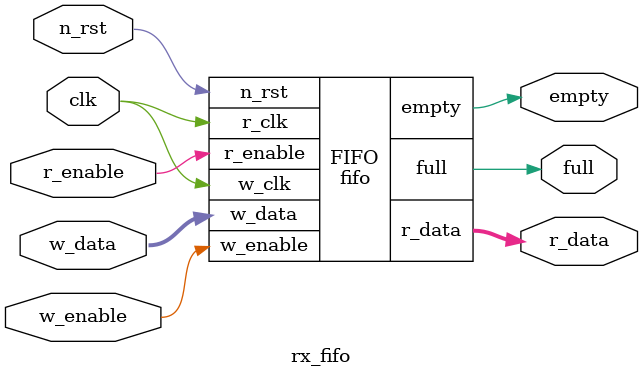
<source format=v>


module fiforam ( wclk, wenable, waddr, raddr, wdata, rdata );
  input [2:0] waddr;
  input [2:0] raddr;
  input [7:0] wdata;
  output [7:0] rdata;
  input wclk, wenable;
  wire   N10, N11, N12, N13, N14, N15, \fiforeg[0][7] , \fiforeg[0][6] ,
         \fiforeg[0][5] , \fiforeg[0][4] , \fiforeg[0][3] , \fiforeg[0][2] ,
         \fiforeg[0][1] , \fiforeg[0][0] , \fiforeg[1][7] , \fiforeg[1][6] ,
         \fiforeg[1][5] , \fiforeg[1][4] , \fiforeg[1][3] , \fiforeg[1][2] ,
         \fiforeg[1][1] , \fiforeg[1][0] , \fiforeg[2][7] , \fiforeg[2][6] ,
         \fiforeg[2][5] , \fiforeg[2][4] , \fiforeg[2][3] , \fiforeg[2][2] ,
         \fiforeg[2][1] , \fiforeg[2][0] , \fiforeg[3][7] , \fiforeg[3][6] ,
         \fiforeg[3][5] , \fiforeg[3][4] , \fiforeg[3][3] , \fiforeg[3][2] ,
         \fiforeg[3][1] , \fiforeg[3][0] , \fiforeg[4][7] , \fiforeg[4][6] ,
         \fiforeg[4][5] , \fiforeg[4][4] , \fiforeg[4][3] , \fiforeg[4][2] ,
         \fiforeg[4][1] , \fiforeg[4][0] , \fiforeg[5][7] , \fiforeg[5][6] ,
         \fiforeg[5][5] , \fiforeg[5][4] , \fiforeg[5][3] , \fiforeg[5][2] ,
         \fiforeg[5][1] , \fiforeg[5][0] , \fiforeg[6][7] , \fiforeg[6][6] ,
         \fiforeg[6][5] , \fiforeg[6][4] , \fiforeg[6][3] , \fiforeg[6][2] ,
         \fiforeg[6][1] , \fiforeg[6][0] , \fiforeg[7][7] , \fiforeg[7][6] ,
         \fiforeg[7][5] , \fiforeg[7][4] , \fiforeg[7][3] , \fiforeg[7][2] ,
         \fiforeg[7][1] , \fiforeg[7][0] , N17, N18, N19, N20, N21, N22, N23,
         n89, n90, n91, n92, n93, n94, n95, n96, n97, n98, n99, n100, n101,
         n102, n103, n104, n105, n106, n107, n108, n109, n110, n111, n112,
         n113, n114, n115, n116, n117, n118, n119, n120, n121, n122, n123,
         n124, n125, n126, n127, n128, n129, n130, n131, n132, n133, n134,
         n135, n136, n137, n138, n139, n140, n141, n142, n143, n144, n145,
         n146, n147, n148, n149, n150, n151, n152, net2477, net2495, net2496,
         net2497, net2498, net2505, net2506, net2508, net2518, net2525,
         net2526, net2528, net2538, net2548, net2561, net2622, net2631,
         \C46/net2652 , \C46/net2653 , \C46/net2475 , \C46/net2473 ,
         \C46/net2471 , \C46/net2467 , \C46/net2461 , \C46/net2426 ,
         \C46/net2424 , \C46/net2423 , net2924, net2938, net2982, net2985,
         net2992, net2996, net2999, net3004, net2621, net2559, N24,
         \C46/net2422 , \C46/net2420 , \C46/net2474 , \C46/net2472 , n1, n2,
         n3, n4, n5, n6, n7, n8, n9, n10, n11, n12, n13, n14, n15, n16, n17,
         n18, n19, n20, n21, n22, n23, n24, n25, n26, n27, n28, n29, n30, n31,
         n32, n33, n34, n35, n36, n37, n38, n39, n40, n41, n42, n43, n44, n45,
         n46, n47, n48, n49, n50, n51, n52, n53, n54, n55, n56, n57, n58, n59,
         n60, n61, n62, n63, n64, n65, n66, n67, n68, n69, n70, n71, n72, n73,
         n74, n75, n76, n77, n78, n79, n80, n81, n82, n83, n84, n85, n86, n87,
         n88, n153, n154, n155, n156, n157, n158, n159, n160, n161, n162, n163,
         n164, n165, n166, n167, n168, n169, n170, n171, n172, n173, n174,
         n175, n176, n177, n178, n179, n180, n181, n182, n183, n184, n185,
         n186, n187, n188, n189, n190, n191, n192, n193, n194, n195, n196,
         n197, n198, n199, n200, n201, n202, n203, n204, n205, n206, n207,
         n208, n209, n210, n211, n212, n213, n214, n215, n216, n217, n218,
         n219, n220, n221, n222, n223, n224, n225, n226, n227, n228, n229,
         n230, n231, n232, n233, n234, n235, n236, n237, n238, n239, n240,
         n241, n242, n243, n244, n245, n246, n247, n248, n249, n250, n251,
         n252, n253, n254, n255, n256, n257, n258, n259, n260, n261, n262,
         n263, n264, n265, n266, n267, n268, n269, n270, n271, n272, n273;
  assign N10 = raddr[0];
  assign N11 = raddr[1];
  assign N12 = raddr[2];
  assign N13 = waddr[0];
  assign N14 = waddr[1];
  assign N15 = waddr[2];

  DFFPOSX1 \fiforeg_reg[0][7]  ( .D(n152), .CLK(wclk), .Q(\fiforeg[0][7] ) );
  DFFPOSX1 \fiforeg_reg[0][6]  ( .D(n151), .CLK(wclk), .Q(\fiforeg[0][6] ) );
  DFFPOSX1 \fiforeg_reg[0][5]  ( .D(n150), .CLK(wclk), .Q(\fiforeg[0][5] ) );
  DFFPOSX1 \fiforeg_reg[0][4]  ( .D(n149), .CLK(wclk), .Q(\fiforeg[0][4] ) );
  DFFPOSX1 \fiforeg_reg[0][3]  ( .D(n148), .CLK(wclk), .Q(\fiforeg[0][3] ) );
  DFFPOSX1 \fiforeg_reg[0][2]  ( .D(n147), .CLK(wclk), .Q(\fiforeg[0][2] ) );
  DFFPOSX1 \fiforeg_reg[0][1]  ( .D(n146), .CLK(wclk), .Q(\fiforeg[0][1] ) );
  DFFPOSX1 \fiforeg_reg[0][0]  ( .D(n145), .CLK(wclk), .Q(\fiforeg[0][0] ) );
  DFFPOSX1 \fiforeg_reg[1][7]  ( .D(n144), .CLK(wclk), .Q(\fiforeg[1][7] ) );
  DFFPOSX1 \fiforeg_reg[1][6]  ( .D(n143), .CLK(wclk), .Q(\fiforeg[1][6] ) );
  DFFPOSX1 \fiforeg_reg[1][5]  ( .D(n142), .CLK(wclk), .Q(\fiforeg[1][5] ) );
  DFFPOSX1 \fiforeg_reg[1][4]  ( .D(n141), .CLK(wclk), .Q(\fiforeg[1][4] ) );
  DFFPOSX1 \fiforeg_reg[1][3]  ( .D(n140), .CLK(wclk), .Q(\fiforeg[1][3] ) );
  DFFPOSX1 \fiforeg_reg[1][2]  ( .D(n139), .CLK(wclk), .Q(\fiforeg[1][2] ) );
  DFFPOSX1 \fiforeg_reg[1][1]  ( .D(n138), .CLK(wclk), .Q(\fiforeg[1][1] ) );
  DFFPOSX1 \fiforeg_reg[1][0]  ( .D(n137), .CLK(wclk), .Q(\fiforeg[1][0] ) );
  DFFPOSX1 \fiforeg_reg[2][7]  ( .D(n136), .CLK(wclk), .Q(\fiforeg[2][7] ) );
  DFFPOSX1 \fiforeg_reg[2][6]  ( .D(n135), .CLK(wclk), .Q(\fiforeg[2][6] ) );
  DFFPOSX1 \fiforeg_reg[2][5]  ( .D(n134), .CLK(wclk), .Q(\fiforeg[2][5] ) );
  DFFPOSX1 \fiforeg_reg[2][4]  ( .D(n133), .CLK(wclk), .Q(\fiforeg[2][4] ) );
  DFFPOSX1 \fiforeg_reg[2][3]  ( .D(n132), .CLK(wclk), .Q(\fiforeg[2][3] ) );
  DFFPOSX1 \fiforeg_reg[2][2]  ( .D(n131), .CLK(wclk), .Q(\fiforeg[2][2] ) );
  DFFPOSX1 \fiforeg_reg[2][1]  ( .D(n130), .CLK(wclk), .Q(\fiforeg[2][1] ) );
  DFFPOSX1 \fiforeg_reg[2][0]  ( .D(n129), .CLK(wclk), .Q(\fiforeg[2][0] ) );
  DFFPOSX1 \fiforeg_reg[3][7]  ( .D(n128), .CLK(wclk), .Q(\fiforeg[3][7] ) );
  DFFPOSX1 \fiforeg_reg[3][6]  ( .D(n127), .CLK(wclk), .Q(\fiforeg[3][6] ) );
  DFFPOSX1 \fiforeg_reg[3][5]  ( .D(n126), .CLK(wclk), .Q(\fiforeg[3][5] ) );
  DFFPOSX1 \fiforeg_reg[3][4]  ( .D(n125), .CLK(wclk), .Q(\fiforeg[3][4] ) );
  DFFPOSX1 \fiforeg_reg[3][3]  ( .D(n124), .CLK(wclk), .Q(\fiforeg[3][3] ) );
  DFFPOSX1 \fiforeg_reg[3][2]  ( .D(n123), .CLK(wclk), .Q(\fiforeg[3][2] ) );
  DFFPOSX1 \fiforeg_reg[3][1]  ( .D(n122), .CLK(wclk), .Q(\fiforeg[3][1] ) );
  DFFPOSX1 \fiforeg_reg[3][0]  ( .D(n121), .CLK(wclk), .Q(\fiforeg[3][0] ) );
  DFFPOSX1 \fiforeg_reg[4][7]  ( .D(n120), .CLK(wclk), .Q(\fiforeg[4][7] ) );
  DFFPOSX1 \fiforeg_reg[4][6]  ( .D(n119), .CLK(wclk), .Q(\fiforeg[4][6] ) );
  DFFPOSX1 \fiforeg_reg[4][5]  ( .D(n118), .CLK(wclk), .Q(\fiforeg[4][5] ) );
  DFFPOSX1 \fiforeg_reg[4][4]  ( .D(n117), .CLK(wclk), .Q(\fiforeg[4][4] ) );
  DFFPOSX1 \fiforeg_reg[4][3]  ( .D(n116), .CLK(wclk), .Q(\fiforeg[4][3] ) );
  DFFPOSX1 \fiforeg_reg[4][2]  ( .D(n115), .CLK(wclk), .Q(\fiforeg[4][2] ) );
  DFFPOSX1 \fiforeg_reg[4][1]  ( .D(n114), .CLK(wclk), .Q(\fiforeg[4][1] ) );
  DFFPOSX1 \fiforeg_reg[4][0]  ( .D(n113), .CLK(wclk), .Q(\fiforeg[4][0] ) );
  DFFPOSX1 \fiforeg_reg[5][7]  ( .D(n112), .CLK(wclk), .Q(\fiforeg[5][7] ) );
  DFFPOSX1 \fiforeg_reg[5][6]  ( .D(n111), .CLK(wclk), .Q(\fiforeg[5][6] ) );
  DFFPOSX1 \fiforeg_reg[5][5]  ( .D(n110), .CLK(wclk), .Q(\fiforeg[5][5] ) );
  DFFPOSX1 \fiforeg_reg[5][4]  ( .D(n109), .CLK(wclk), .Q(\fiforeg[5][4] ) );
  DFFPOSX1 \fiforeg_reg[5][3]  ( .D(n108), .CLK(wclk), .Q(\fiforeg[5][3] ) );
  DFFPOSX1 \fiforeg_reg[5][2]  ( .D(n107), .CLK(wclk), .Q(\fiforeg[5][2] ) );
  DFFPOSX1 \fiforeg_reg[5][1]  ( .D(n106), .CLK(wclk), .Q(\fiforeg[5][1] ) );
  DFFPOSX1 \fiforeg_reg[5][0]  ( .D(n105), .CLK(wclk), .Q(\fiforeg[5][0] ) );
  DFFPOSX1 \fiforeg_reg[6][7]  ( .D(n104), .CLK(wclk), .Q(\fiforeg[6][7] ) );
  DFFPOSX1 \fiforeg_reg[6][6]  ( .D(n103), .CLK(wclk), .Q(\fiforeg[6][6] ) );
  DFFPOSX1 \fiforeg_reg[6][5]  ( .D(n102), .CLK(wclk), .Q(\fiforeg[6][5] ) );
  DFFPOSX1 \fiforeg_reg[6][4]  ( .D(n101), .CLK(wclk), .Q(\fiforeg[6][4] ) );
  DFFPOSX1 \fiforeg_reg[6][3]  ( .D(n100), .CLK(wclk), .Q(\fiforeg[6][3] ) );
  DFFPOSX1 \fiforeg_reg[6][2]  ( .D(n99), .CLK(wclk), .Q(\fiforeg[6][2] ) );
  DFFPOSX1 \fiforeg_reg[6][1]  ( .D(n98), .CLK(wclk), .Q(\fiforeg[6][1] ) );
  DFFPOSX1 \fiforeg_reg[6][0]  ( .D(n97), .CLK(wclk), .Q(\fiforeg[6][0] ) );
  DFFPOSX1 \fiforeg_reg[7][7]  ( .D(n96), .CLK(wclk), .Q(\fiforeg[7][7] ) );
  DFFPOSX1 \fiforeg_reg[7][6]  ( .D(n95), .CLK(wclk), .Q(\fiforeg[7][6] ) );
  DFFPOSX1 \fiforeg_reg[7][5]  ( .D(n94), .CLK(wclk), .Q(\fiforeg[7][5] ) );
  DFFPOSX1 \fiforeg_reg[7][4]  ( .D(n93), .CLK(wclk), .Q(\fiforeg[7][4] ) );
  DFFPOSX1 \fiforeg_reg[7][3]  ( .D(n92), .CLK(wclk), .Q(\fiforeg[7][3] ) );
  DFFPOSX1 \fiforeg_reg[7][2]  ( .D(n91), .CLK(wclk), .Q(\fiforeg[7][2] ) );
  DFFPOSX1 \fiforeg_reg[7][1]  ( .D(n90), .CLK(wclk), .Q(\fiforeg[7][1] ) );
  DFFPOSX1 \fiforeg_reg[7][0]  ( .D(n89), .CLK(wclk), .Q(\fiforeg[7][0] ) );
  INVX4 U2 ( .A(n1), .Y(\C46/net2652 ) );
  INVX4 U3 ( .A(n2), .Y(\C46/net2653 ) );
  INVX2 U4 ( .A(n258), .Y(n273) );
  INVX2 U5 ( .A(net2985), .Y(net2495) );
  NAND2X1 U6 ( .A(N14), .B(n4), .Y(n1) );
  NAND2X1 U7 ( .A(N14), .B(\C46/net2475 ), .Y(n2) );
  NOR2X1 U8 ( .A(N14), .B(N15), .Y(n3) );
  INVX2 U9 ( .A(n3), .Y(\C46/net2474 ) );
  INVX8 U10 ( .A(\C46/net2474 ), .Y(\C46/net2426 ) );
  INVX1 U11 ( .A(N15), .Y(\C46/net2475 ) );
  INVX1 U12 ( .A(N15), .Y(n4) );
  INVX1 U13 ( .A(N15), .Y(net2982) );
  MUX2X1 U14 ( .B(n201), .A(n270), .S(n258), .Y(n147) );
  MUX2X1 U15 ( .B(n202), .A(n248), .S(n242), .Y(n131) );
  MUX2X1 U16 ( .B(n10), .A(n239), .S(n235), .Y(n123) );
  MUX2X1 U17 ( .B(n200), .A(n223), .S(n217), .Y(n107) );
  INVX2 U18 ( .A(N14), .Y(\C46/net2472 ) );
  NAND2X1 U19 ( .A(\C46/net2472 ), .B(N15), .Y(\C46/net2471 ) );
  AOI22X1 U20 ( .A(\C46/net2652 ), .B(\fiforeg[3][0] ), .C(\fiforeg[1][0] ), 
        .D(\C46/net2426 ), .Y(n5) );
  AND2X2 U21 ( .A(n5), .B(\C46/net2422 ), .Y(\C46/net2420 ) );
  AOI22X1 U22 ( .A(\fiforeg[3][7] ), .B(\C46/net2652 ), .C(\fiforeg[1][7] ), 
        .D(\C46/net2426 ), .Y(\C46/net2467 ) );
  AOI22X1 U23 ( .A(\fiforeg[3][6] ), .B(\C46/net2653 ), .C(\fiforeg[1][6] ), 
        .D(\C46/net2426 ), .Y(\C46/net2461 ) );
  AOI22X1 U24 ( .A(wdata[0]), .B(wenable), .C(N24), .D(net2561), .Y(n9) );
  MUX2X1 U25 ( .B(n6), .A(\C46/net2420 ), .S(net2631), .Y(N24) );
  AND2X2 U26 ( .A(n7), .B(n8), .Y(n6) );
  AOI22X1 U27 ( .A(\fiforeg[2][0] ), .B(\C46/net2653 ), .C(\fiforeg[0][0] ), 
        .D(\C46/net2426 ), .Y(n7) );
  AOI22X1 U28 ( .A(\fiforeg[6][0] ), .B(\C46/net2423 ), .C(\fiforeg[4][0] ), 
        .D(\C46/net2424 ), .Y(n8) );
  INVX4 U29 ( .A(\C46/net2473 ), .Y(\C46/net2423 ) );
  INVX4 U30 ( .A(\C46/net2471 ), .Y(\C46/net2424 ) );
  AOI22X1 U31 ( .A(\fiforeg[7][0] ), .B(\C46/net2423 ), .C(\fiforeg[5][0] ), 
        .D(net2992), .Y(\C46/net2422 ) );
  AND2X2 U32 ( .A(net2999), .B(net3004), .Y(net2992) );
  INVX2 U33 ( .A(net2497), .Y(net2631) );
  INVX2 U34 ( .A(wenable), .Y(net2561) );
  INVX4 U35 ( .A(n9), .Y(net2621) );
  MUX2X1 U36 ( .B(net2559), .A(net2622), .S(net2938), .Y(n89) );
  INVX2 U37 ( .A(\fiforeg[7][0] ), .Y(net2559) );
  INVX8 U38 ( .A(net2621), .Y(net2622) );
  AND2X2 U39 ( .A(net2924), .B(net2631), .Y(net2938) );
  INVX1 U40 ( .A(N14), .Y(net3004) );
  INVX1 U41 ( .A(net2982), .Y(net2999) );
  AND2X1 U42 ( .A(n156), .B(n157), .Y(n155) );
  INVX1 U43 ( .A(net3004), .Y(net2996) );
  INVX1 U44 ( .A(net2982), .Y(net2985) );
  BUFX2 U45 ( .A(n269), .Y(n10) );
  BUFX2 U46 ( .A(n271), .Y(n11) );
  BUFX2 U47 ( .A(n261), .Y(n12) );
  BUFX2 U48 ( .A(n263), .Y(n13) );
  BUFX2 U49 ( .A(n265), .Y(n14) );
  BUFX2 U50 ( .A(n267), .Y(n15) );
  BUFX2 U51 ( .A(n259), .Y(n16) );
  AND2X1 U52 ( .A(net2985), .B(net2996), .Y(net2924) );
  INVX2 U53 ( .A(n18), .Y(n75) );
  AND2X2 U54 ( .A(net2924), .B(net2497), .Y(n17) );
  OR2X1 U55 ( .A(n72), .B(n71), .Y(n18) );
  INVX2 U56 ( .A(n20), .Y(n77) );
  INVX2 U57 ( .A(n19), .Y(n76) );
  INVX2 U58 ( .A(n21), .Y(n74) );
  OR2X1 U59 ( .A(N11), .B(N12), .Y(n19) );
  OR2X1 U60 ( .A(n71), .B(N12), .Y(n20) );
  OR2X1 U61 ( .A(n72), .B(N11), .Y(n21) );
  BUFX2 U62 ( .A(N10), .Y(n73) );
  AOI22X1 U63 ( .A(\fiforeg[4][0] ), .B(n74), .C(\fiforeg[6][0] ), .D(n75), 
        .Y(n23) );
  AOI22X1 U64 ( .A(\fiforeg[0][0] ), .B(n76), .C(\fiforeg[2][0] ), .D(n77), 
        .Y(n22) );
  AOI21X1 U65 ( .A(n23), .B(n22), .C(n73), .Y(n27) );
  AOI22X1 U66 ( .A(\fiforeg[5][0] ), .B(n74), .C(\fiforeg[7][0] ), .D(n75), 
        .Y(n25) );
  AOI22X1 U67 ( .A(\fiforeg[1][0] ), .B(n76), .C(\fiforeg[3][0] ), .D(n77), 
        .Y(n24) );
  AOI21X1 U68 ( .A(n25), .B(n24), .C(n70), .Y(n26) );
  OR2X1 U69 ( .A(n27), .B(n26), .Y(rdata[0]) );
  AOI22X1 U70 ( .A(\fiforeg[4][1] ), .B(n74), .C(\fiforeg[6][1] ), .D(n75), 
        .Y(n29) );
  AOI22X1 U71 ( .A(\fiforeg[0][1] ), .B(n76), .C(\fiforeg[2][1] ), .D(n77), 
        .Y(n28) );
  AOI21X1 U72 ( .A(n29), .B(n28), .C(n73), .Y(n33) );
  AOI22X1 U73 ( .A(\fiforeg[5][1] ), .B(n74), .C(\fiforeg[7][1] ), .D(n75), 
        .Y(n31) );
  AOI22X1 U74 ( .A(\fiforeg[1][1] ), .B(n76), .C(\fiforeg[3][1] ), .D(n77), 
        .Y(n30) );
  AOI21X1 U75 ( .A(n31), .B(n30), .C(n70), .Y(n32) );
  OR2X1 U76 ( .A(n33), .B(n32), .Y(rdata[1]) );
  AOI22X1 U77 ( .A(\fiforeg[4][2] ), .B(n74), .C(\fiforeg[6][2] ), .D(n75), 
        .Y(n35) );
  AOI22X1 U78 ( .A(\fiforeg[0][2] ), .B(n76), .C(\fiforeg[2][2] ), .D(n77), 
        .Y(n34) );
  AOI21X1 U79 ( .A(n35), .B(n34), .C(n73), .Y(n39) );
  AOI22X1 U80 ( .A(\fiforeg[5][2] ), .B(n74), .C(\fiforeg[7][2] ), .D(n75), 
        .Y(n37) );
  AOI22X1 U81 ( .A(\fiforeg[1][2] ), .B(n76), .C(\fiforeg[3][2] ), .D(n77), 
        .Y(n36) );
  AOI21X1 U82 ( .A(n37), .B(n36), .C(n70), .Y(n38) );
  OR2X1 U83 ( .A(n39), .B(n38), .Y(rdata[2]) );
  AOI22X1 U84 ( .A(\fiforeg[4][3] ), .B(n74), .C(\fiforeg[6][3] ), .D(n75), 
        .Y(n41) );
  AOI22X1 U85 ( .A(\fiforeg[0][3] ), .B(n76), .C(\fiforeg[2][3] ), .D(n77), 
        .Y(n40) );
  AOI21X1 U86 ( .A(n41), .B(n40), .C(n73), .Y(n45) );
  AOI22X1 U87 ( .A(\fiforeg[5][3] ), .B(n74), .C(\fiforeg[7][3] ), .D(n75), 
        .Y(n43) );
  AOI22X1 U88 ( .A(\fiforeg[1][3] ), .B(n76), .C(\fiforeg[3][3] ), .D(n77), 
        .Y(n42) );
  AOI21X1 U89 ( .A(n43), .B(n42), .C(n70), .Y(n44) );
  OR2X1 U90 ( .A(n45), .B(n44), .Y(rdata[3]) );
  AOI22X1 U91 ( .A(\fiforeg[4][4] ), .B(n74), .C(\fiforeg[6][4] ), .D(n75), 
        .Y(n47) );
  AOI22X1 U92 ( .A(\fiforeg[0][4] ), .B(n76), .C(\fiforeg[2][4] ), .D(n77), 
        .Y(n46) );
  AOI21X1 U93 ( .A(n47), .B(n46), .C(n73), .Y(n51) );
  AOI22X1 U94 ( .A(\fiforeg[5][4] ), .B(n74), .C(\fiforeg[7][4] ), .D(n75), 
        .Y(n49) );
  AOI22X1 U95 ( .A(\fiforeg[1][4] ), .B(n76), .C(\fiforeg[3][4] ), .D(n77), 
        .Y(n48) );
  AOI21X1 U96 ( .A(n49), .B(n48), .C(n70), .Y(n50) );
  OR2X1 U97 ( .A(n51), .B(n50), .Y(rdata[4]) );
  AOI22X1 U98 ( .A(\fiforeg[4][5] ), .B(n74), .C(\fiforeg[6][5] ), .D(n75), 
        .Y(n53) );
  AOI22X1 U99 ( .A(\fiforeg[0][5] ), .B(n76), .C(\fiforeg[2][5] ), .D(n77), 
        .Y(n52) );
  AOI21X1 U100 ( .A(n53), .B(n52), .C(n73), .Y(n57) );
  AOI22X1 U101 ( .A(\fiforeg[5][5] ), .B(n74), .C(\fiforeg[7][5] ), .D(n75), 
        .Y(n55) );
  AOI22X1 U102 ( .A(\fiforeg[1][5] ), .B(n76), .C(\fiforeg[3][5] ), .D(n77), 
        .Y(n54) );
  AOI21X1 U103 ( .A(n55), .B(n54), .C(n70), .Y(n56) );
  OR2X1 U104 ( .A(n57), .B(n56), .Y(rdata[5]) );
  AOI22X1 U105 ( .A(\fiforeg[4][6] ), .B(n74), .C(\fiforeg[6][6] ), .D(n75), 
        .Y(n59) );
  AOI22X1 U106 ( .A(\fiforeg[0][6] ), .B(n76), .C(\fiforeg[2][6] ), .D(n77), 
        .Y(n58) );
  AOI21X1 U107 ( .A(n59), .B(n58), .C(n73), .Y(n63) );
  AOI22X1 U108 ( .A(\fiforeg[5][6] ), .B(n74), .C(\fiforeg[7][6] ), .D(n75), 
        .Y(n61) );
  AOI22X1 U109 ( .A(\fiforeg[1][6] ), .B(n76), .C(\fiforeg[3][6] ), .D(n77), 
        .Y(n60) );
  AOI21X1 U110 ( .A(n61), .B(n60), .C(n70), .Y(n62) );
  OR2X1 U111 ( .A(n63), .B(n62), .Y(rdata[6]) );
  AOI22X1 U112 ( .A(\fiforeg[4][7] ), .B(n74), .C(\fiforeg[6][7] ), .D(n75), 
        .Y(n65) );
  AOI22X1 U113 ( .A(\fiforeg[0][7] ), .B(n76), .C(\fiforeg[2][7] ), .D(n77), 
        .Y(n64) );
  AOI21X1 U114 ( .A(n65), .B(n64), .C(n73), .Y(n69) );
  AOI22X1 U115 ( .A(\fiforeg[5][7] ), .B(n74), .C(\fiforeg[7][7] ), .D(n75), 
        .Y(n67) );
  AOI22X1 U116 ( .A(\fiforeg[1][7] ), .B(n76), .C(\fiforeg[3][7] ), .D(n77), 
        .Y(n66) );
  AOI21X1 U117 ( .A(n67), .B(n66), .C(n70), .Y(n68) );
  OR2X1 U118 ( .A(n69), .B(n68), .Y(rdata[7]) );
  INVX2 U119 ( .A(n73), .Y(n70) );
  INVX2 U120 ( .A(N11), .Y(n71) );
  INVX2 U121 ( .A(N12), .Y(n72) );
  MUX2X1 U122 ( .B(n78), .A(n79), .S(net2631), .Y(N23) );
  AND2X2 U123 ( .A(n80), .B(n81), .Y(n79) );
  AOI22X1 U124 ( .A(\fiforeg[7][1] ), .B(\C46/net2423 ), .C(\fiforeg[5][1] ), 
        .D(\C46/net2424 ), .Y(n81) );
  AOI22X1 U125 ( .A(\fiforeg[3][1] ), .B(\C46/net2652 ), .C(\C46/net2426 ), 
        .D(\fiforeg[1][1] ), .Y(n80) );
  AND2X2 U126 ( .A(n82), .B(n83), .Y(n78) );
  AOI22X1 U127 ( .A(\fiforeg[6][1] ), .B(\C46/net2423 ), .C(\fiforeg[4][1] ), 
        .D(\C46/net2424 ), .Y(n83) );
  AOI22X1 U128 ( .A(\fiforeg[2][1] ), .B(\C46/net2653 ), .C(\fiforeg[0][1] ), 
        .D(\C46/net2426 ), .Y(n82) );
  MUX2X1 U129 ( .B(n84), .A(n85), .S(net2631), .Y(N22) );
  AND2X2 U130 ( .A(n86), .B(n87), .Y(n85) );
  AOI22X1 U131 ( .A(\fiforeg[7][2] ), .B(\C46/net2423 ), .C(\fiforeg[5][2] ), 
        .D(\C46/net2424 ), .Y(n87) );
  AOI22X1 U132 ( .A(\C46/net2653 ), .B(\fiforeg[3][2] ), .C(\fiforeg[1][2] ), 
        .D(\C46/net2426 ), .Y(n86) );
  AND2X2 U133 ( .A(n88), .B(n153), .Y(n84) );
  AOI22X1 U134 ( .A(\fiforeg[6][2] ), .B(\C46/net2423 ), .C(\fiforeg[4][2] ), 
        .D(\C46/net2424 ), .Y(n153) );
  AOI22X1 U135 ( .A(\fiforeg[2][2] ), .B(\C46/net2652 ), .C(\fiforeg[0][2] ), 
        .D(\C46/net2426 ), .Y(n88) );
  MUX2X1 U136 ( .B(n154), .A(n155), .S(net2631), .Y(N21) );
  AOI22X1 U137 ( .A(\fiforeg[7][3] ), .B(\C46/net2423 ), .C(\C46/net2424 ), 
        .D(\fiforeg[5][3] ), .Y(n157) );
  AOI22X1 U138 ( .A(\C46/net2652 ), .B(\fiforeg[3][3] ), .C(\C46/net2426 ), 
        .D(\fiforeg[1][3] ), .Y(n156) );
  AND2X2 U139 ( .A(n158), .B(n159), .Y(n154) );
  AOI22X1 U140 ( .A(\fiforeg[6][3] ), .B(\C46/net2423 ), .C(\fiforeg[4][3] ), 
        .D(\C46/net2424 ), .Y(n159) );
  AOI22X1 U141 ( .A(\fiforeg[2][3] ), .B(\C46/net2653 ), .C(\fiforeg[0][3] ), 
        .D(\C46/net2426 ), .Y(n158) );
  MUX2X1 U142 ( .B(n160), .A(n161), .S(net2631), .Y(N20) );
  AND2X2 U143 ( .A(n162), .B(n163), .Y(n161) );
  AOI22X1 U144 ( .A(\fiforeg[7][4] ), .B(\C46/net2423 ), .C(\fiforeg[5][4] ), 
        .D(\C46/net2424 ), .Y(n163) );
  AOI22X1 U145 ( .A(\fiforeg[3][4] ), .B(\C46/net2653 ), .C(\C46/net2426 ), 
        .D(\fiforeg[1][4] ), .Y(n162) );
  AND2X2 U146 ( .A(n164), .B(n165), .Y(n160) );
  AOI22X1 U147 ( .A(\fiforeg[6][4] ), .B(\C46/net2423 ), .C(\fiforeg[4][4] ), 
        .D(\C46/net2424 ), .Y(n165) );
  AOI22X1 U148 ( .A(\fiforeg[2][4] ), .B(\C46/net2652 ), .C(\fiforeg[0][4] ), 
        .D(\C46/net2426 ), .Y(n164) );
  MUX2X1 U149 ( .B(n166), .A(n167), .S(net2631), .Y(N19) );
  AND2X2 U150 ( .A(n168), .B(n169), .Y(n167) );
  AOI22X1 U151 ( .A(\fiforeg[7][5] ), .B(\C46/net2423 ), .C(\fiforeg[5][5] ), 
        .D(\C46/net2424 ), .Y(n169) );
  AOI22X1 U152 ( .A(\fiforeg[3][5] ), .B(\C46/net2652 ), .C(\C46/net2426 ), 
        .D(\fiforeg[1][5] ), .Y(n168) );
  AND2X2 U153 ( .A(n170), .B(n171), .Y(n166) );
  AOI22X1 U154 ( .A(\fiforeg[6][5] ), .B(\C46/net2423 ), .C(\fiforeg[4][5] ), 
        .D(\C46/net2424 ), .Y(n171) );
  AOI22X1 U155 ( .A(\fiforeg[2][5] ), .B(\C46/net2653 ), .C(\fiforeg[0][5] ), 
        .D(\C46/net2426 ), .Y(n170) );
  MUX2X1 U156 ( .B(n172), .A(n173), .S(net2631), .Y(N18) );
  AND2X2 U157 ( .A(\C46/net2461 ), .B(n174), .Y(n173) );
  AOI22X1 U158 ( .A(\fiforeg[7][6] ), .B(\C46/net2423 ), .C(\fiforeg[5][6] ), 
        .D(net2992), .Y(n174) );
  AND2X2 U159 ( .A(n175), .B(n176), .Y(n172) );
  AOI22X1 U160 ( .A(\fiforeg[6][6] ), .B(\C46/net2423 ), .C(\fiforeg[4][6] ), 
        .D(\C46/net2424 ), .Y(n176) );
  AOI22X1 U161 ( .A(\fiforeg[2][6] ), .B(\C46/net2652 ), .C(\fiforeg[0][6] ), 
        .D(\C46/net2426 ), .Y(n175) );
  MUX2X1 U162 ( .B(n177), .A(n178), .S(net2631), .Y(N17) );
  AND2X2 U163 ( .A(\C46/net2467 ), .B(n179), .Y(n178) );
  AOI22X1 U164 ( .A(\fiforeg[7][7] ), .B(\C46/net2423 ), .C(\fiforeg[5][7] ), 
        .D(net2992), .Y(n179) );
  AND2X2 U165 ( .A(n180), .B(n181), .Y(n177) );
  AOI22X1 U166 ( .A(\fiforeg[6][7] ), .B(\C46/net2423 ), .C(\fiforeg[4][7] ), 
        .D(\C46/net2424 ), .Y(n181) );
  NAND2X1 U167 ( .A(N15), .B(N14), .Y(\C46/net2473 ) );
  AOI22X1 U168 ( .A(\fiforeg[2][7] ), .B(\C46/net2653 ), .C(\fiforeg[0][7] ), 
        .D(\C46/net2426 ), .Y(n180) );
  BUFX2 U169 ( .A(n263), .Y(n182) );
  BUFX2 U170 ( .A(n263), .Y(n183) );
  BUFX2 U171 ( .A(n263), .Y(n184) );
  BUFX2 U172 ( .A(n271), .Y(n185) );
  BUFX2 U173 ( .A(n271), .Y(n186) );
  BUFX2 U174 ( .A(n271), .Y(n187) );
  BUFX2 U175 ( .A(n259), .Y(n188) );
  BUFX2 U176 ( .A(n259), .Y(n189) );
  BUFX2 U177 ( .A(n259), .Y(n190) );
  BUFX2 U178 ( .A(n261), .Y(n191) );
  BUFX2 U179 ( .A(n261), .Y(n192) );
  BUFX2 U180 ( .A(n261), .Y(n193) );
  BUFX2 U181 ( .A(n265), .Y(n194) );
  BUFX2 U182 ( .A(n265), .Y(n195) );
  BUFX2 U183 ( .A(n265), .Y(n196) );
  BUFX2 U184 ( .A(n267), .Y(n197) );
  BUFX2 U185 ( .A(n267), .Y(n198) );
  BUFX2 U186 ( .A(n267), .Y(n199) );
  BUFX2 U187 ( .A(n269), .Y(n200) );
  BUFX2 U188 ( .A(n269), .Y(n201) );
  BUFX2 U189 ( .A(n269), .Y(n202) );
  INVX2 U190 ( .A(\fiforeg[7][7] ), .Y(n203) );
  AOI22X1 U191 ( .A(wdata[7]), .B(wenable), .C(N17), .D(net2561), .Y(n259) );
  MUX2X1 U192 ( .B(n203), .A(n188), .S(net2938), .Y(n96) );
  INVX2 U193 ( .A(\fiforeg[7][6] ), .Y(n204) );
  AOI22X1 U194 ( .A(wdata[6]), .B(wenable), .C(N18), .D(net2561), .Y(n261) );
  MUX2X1 U195 ( .B(n204), .A(n191), .S(net2938), .Y(n95) );
  INVX2 U196 ( .A(\fiforeg[7][5] ), .Y(n205) );
  AOI22X1 U197 ( .A(wdata[5]), .B(wenable), .C(N19), .D(net2561), .Y(n263) );
  MUX2X1 U198 ( .B(n205), .A(n182), .S(net2938), .Y(n94) );
  INVX2 U199 ( .A(\fiforeg[7][4] ), .Y(n206) );
  AOI22X1 U200 ( .A(wdata[4]), .B(wenable), .C(N20), .D(net2561), .Y(n265) );
  MUX2X1 U201 ( .B(n206), .A(n194), .S(net2938), .Y(n93) );
  INVX2 U202 ( .A(\fiforeg[7][3] ), .Y(n207) );
  AOI22X1 U203 ( .A(wdata[3]), .B(wenable), .C(N21), .D(net2561), .Y(n267) );
  MUX2X1 U204 ( .B(n207), .A(n197), .S(net2938), .Y(n92) );
  INVX2 U205 ( .A(\fiforeg[7][2] ), .Y(n208) );
  AOI22X1 U206 ( .A(wdata[2]), .B(wenable), .C(N22), .D(net2561), .Y(n269) );
  MUX2X1 U207 ( .B(n208), .A(n10), .S(net2938), .Y(n91) );
  INVX2 U208 ( .A(\fiforeg[7][1] ), .Y(n209) );
  AOI22X1 U209 ( .A(wdata[1]), .B(wenable), .C(N23), .D(net2561), .Y(n271) );
  MUX2X1 U210 ( .B(n209), .A(n11), .S(net2938), .Y(n90) );
  INVX2 U211 ( .A(\fiforeg[6][7] ), .Y(n210) );
  INVX2 U212 ( .A(N13), .Y(net2497) );
  MUX2X1 U213 ( .B(n210), .A(n189), .S(n17), .Y(n104) );
  INVX2 U214 ( .A(\fiforeg[6][6] ), .Y(n211) );
  MUX2X1 U215 ( .B(n211), .A(n192), .S(n17), .Y(n103) );
  INVX2 U216 ( .A(\fiforeg[6][5] ), .Y(n212) );
  MUX2X1 U217 ( .B(n212), .A(n183), .S(n17), .Y(n102) );
  INVX2 U218 ( .A(\fiforeg[6][4] ), .Y(n213) );
  MUX2X1 U219 ( .B(n213), .A(n195), .S(n17), .Y(n101) );
  INVX2 U220 ( .A(\fiforeg[6][3] ), .Y(n214) );
  MUX2X1 U221 ( .B(n214), .A(n198), .S(n17), .Y(n100) );
  INVX2 U222 ( .A(\fiforeg[6][2] ), .Y(n215) );
  MUX2X1 U223 ( .B(n215), .A(n201), .S(n17), .Y(n99) );
  INVX2 U224 ( .A(\fiforeg[6][1] ), .Y(n216) );
  MUX2X1 U225 ( .B(n216), .A(n185), .S(n17), .Y(n98) );
  INVX2 U226 ( .A(\fiforeg[6][0] ), .Y(net2548) );
  MUX2X1 U227 ( .B(net2548), .A(net2622), .S(n17), .Y(n97) );
  INVX2 U228 ( .A(\fiforeg[5][7] ), .Y(n218) );
  INVX2 U229 ( .A(net2996), .Y(net2496) );
  NAND3X1 U230 ( .A(net2985), .B(N13), .C(net2496), .Y(n217) );
  INVX2 U231 ( .A(n217), .Y(n225) );
  MUX2X1 U232 ( .B(n218), .A(n190), .S(n225), .Y(n112) );
  INVX2 U233 ( .A(\fiforeg[5][6] ), .Y(n219) );
  MUX2X1 U234 ( .B(n219), .A(n193), .S(n225), .Y(n111) );
  INVX2 U235 ( .A(\fiforeg[5][5] ), .Y(n220) );
  MUX2X1 U236 ( .B(n220), .A(n184), .S(n225), .Y(n110) );
  INVX2 U237 ( .A(\fiforeg[5][4] ), .Y(n221) );
  MUX2X1 U238 ( .B(n221), .A(n196), .S(n225), .Y(n109) );
  INVX2 U239 ( .A(\fiforeg[5][3] ), .Y(n222) );
  MUX2X1 U240 ( .B(n222), .A(n199), .S(n225), .Y(n108) );
  INVX2 U241 ( .A(\fiforeg[5][2] ), .Y(n223) );
  INVX2 U242 ( .A(\fiforeg[5][1] ), .Y(n224) );
  MUX2X1 U243 ( .B(n224), .A(n186), .S(n225), .Y(n106) );
  INVX2 U244 ( .A(\fiforeg[5][0] ), .Y(net2538) );
  MUX2X1 U245 ( .B(net2538), .A(net2622), .S(n225), .Y(n105) );
  INVX2 U246 ( .A(\fiforeg[4][7] ), .Y(n227) );
  NAND3X1 U247 ( .A(net2985), .B(net2496), .C(net2497), .Y(n226) );
  INVX2 U248 ( .A(n226), .Y(n234) );
  MUX2X1 U249 ( .B(n227), .A(n188), .S(n234), .Y(n120) );
  INVX2 U250 ( .A(\fiforeg[4][6] ), .Y(n228) );
  MUX2X1 U251 ( .B(n228), .A(n191), .S(n234), .Y(n119) );
  INVX2 U252 ( .A(\fiforeg[4][5] ), .Y(n229) );
  MUX2X1 U253 ( .B(n229), .A(n182), .S(n234), .Y(n118) );
  INVX2 U254 ( .A(\fiforeg[4][4] ), .Y(n230) );
  MUX2X1 U255 ( .B(n230), .A(n194), .S(n234), .Y(n117) );
  INVX2 U256 ( .A(\fiforeg[4][3] ), .Y(n231) );
  MUX2X1 U257 ( .B(n231), .A(n197), .S(n234), .Y(n116) );
  INVX2 U258 ( .A(\fiforeg[4][2] ), .Y(n232) );
  MUX2X1 U259 ( .B(n232), .A(n200), .S(n234), .Y(n115) );
  INVX2 U260 ( .A(\fiforeg[4][1] ), .Y(n233) );
  MUX2X1 U261 ( .B(n233), .A(n186), .S(n234), .Y(n114) );
  INVX2 U262 ( .A(\fiforeg[4][0] ), .Y(net2528) );
  MUX2X1 U263 ( .B(net2528), .A(net2622), .S(n234), .Y(n113) );
  INVX2 U264 ( .A(\fiforeg[3][7] ), .Y(net2526) );
  NAND3X1 U265 ( .A(net2996), .B(net2631), .C(net2495), .Y(n235) );
  INVX2 U266 ( .A(n235), .Y(n241) );
  MUX2X1 U267 ( .B(net2526), .A(n16), .S(n241), .Y(n128) );
  INVX2 U268 ( .A(\fiforeg[3][6] ), .Y(net2525) );
  MUX2X1 U269 ( .B(net2525), .A(n12), .S(n241), .Y(n127) );
  INVX2 U270 ( .A(\fiforeg[3][5] ), .Y(n236) );
  MUX2X1 U271 ( .B(n236), .A(n13), .S(n241), .Y(n126) );
  INVX2 U272 ( .A(\fiforeg[3][4] ), .Y(n237) );
  MUX2X1 U273 ( .B(n237), .A(n14), .S(n241), .Y(n125) );
  INVX2 U274 ( .A(\fiforeg[3][3] ), .Y(n238) );
  MUX2X1 U275 ( .B(n238), .A(n15), .S(n241), .Y(n124) );
  INVX2 U276 ( .A(\fiforeg[3][2] ), .Y(n239) );
  INVX2 U277 ( .A(\fiforeg[3][1] ), .Y(n240) );
  MUX2X1 U278 ( .B(n240), .A(n187), .S(n241), .Y(n122) );
  INVX2 U279 ( .A(\fiforeg[3][0] ), .Y(net2518) );
  MUX2X1 U280 ( .B(net2518), .A(net2622), .S(n241), .Y(n121) );
  INVX2 U281 ( .A(\fiforeg[2][7] ), .Y(n243) );
  NAND3X1 U282 ( .A(net2996), .B(net2495), .C(net2497), .Y(n242) );
  INVX2 U283 ( .A(n242), .Y(n250) );
  MUX2X1 U284 ( .B(n243), .A(n189), .S(n250), .Y(n136) );
  INVX2 U285 ( .A(\fiforeg[2][6] ), .Y(n244) );
  MUX2X1 U286 ( .B(n244), .A(n192), .S(n250), .Y(n135) );
  INVX2 U287 ( .A(\fiforeg[2][5] ), .Y(n245) );
  MUX2X1 U288 ( .B(n245), .A(n183), .S(n250), .Y(n134) );
  INVX2 U289 ( .A(\fiforeg[2][4] ), .Y(n246) );
  MUX2X1 U290 ( .B(n246), .A(n195), .S(n250), .Y(n133) );
  INVX2 U291 ( .A(\fiforeg[2][3] ), .Y(n247) );
  MUX2X1 U292 ( .B(n247), .A(n198), .S(n250), .Y(n132) );
  INVX2 U293 ( .A(\fiforeg[2][2] ), .Y(n248) );
  INVX2 U294 ( .A(\fiforeg[2][1] ), .Y(n249) );
  MUX2X1 U295 ( .B(n249), .A(n187), .S(n250), .Y(n130) );
  INVX2 U296 ( .A(\fiforeg[2][0] ), .Y(net2508) );
  MUX2X1 U297 ( .B(net2508), .A(net2622), .S(n250), .Y(n129) );
  INVX2 U298 ( .A(\fiforeg[1][7] ), .Y(net2506) );
  NAND3X1 U299 ( .A(N13), .B(net2495), .C(net2496), .Y(n251) );
  INVX2 U300 ( .A(n251), .Y(n257) );
  MUX2X1 U301 ( .B(net2506), .A(n190), .S(n257), .Y(n144) );
  INVX2 U302 ( .A(\fiforeg[1][6] ), .Y(net2505) );
  MUX2X1 U303 ( .B(net2505), .A(n193), .S(n257), .Y(n143) );
  INVX2 U304 ( .A(\fiforeg[1][5] ), .Y(n252) );
  MUX2X1 U305 ( .B(n252), .A(n184), .S(n257), .Y(n142) );
  INVX2 U306 ( .A(\fiforeg[1][4] ), .Y(n253) );
  MUX2X1 U307 ( .B(n253), .A(n196), .S(n257), .Y(n141) );
  INVX2 U308 ( .A(\fiforeg[1][3] ), .Y(n254) );
  MUX2X1 U309 ( .B(n254), .A(n199), .S(n257), .Y(n140) );
  INVX2 U310 ( .A(\fiforeg[1][2] ), .Y(n255) );
  MUX2X1 U311 ( .B(n255), .A(n202), .S(n257), .Y(n139) );
  INVX2 U312 ( .A(\fiforeg[1][1] ), .Y(n256) );
  MUX2X1 U313 ( .B(n256), .A(n11), .S(n257), .Y(n138) );
  INVX2 U314 ( .A(\fiforeg[1][0] ), .Y(net2498) );
  MUX2X1 U315 ( .B(net2498), .A(net2622), .S(n257), .Y(n137) );
  INVX2 U316 ( .A(\fiforeg[0][7] ), .Y(n260) );
  NAND3X1 U317 ( .A(net2495), .B(net2496), .C(net2497), .Y(n258) );
  MUX2X1 U318 ( .B(n260), .A(n16), .S(n273), .Y(n152) );
  INVX2 U319 ( .A(\fiforeg[0][6] ), .Y(n262) );
  MUX2X1 U320 ( .B(n262), .A(n12), .S(n273), .Y(n151) );
  INVX2 U321 ( .A(\fiforeg[0][5] ), .Y(n264) );
  MUX2X1 U322 ( .B(n264), .A(n13), .S(n273), .Y(n150) );
  INVX2 U323 ( .A(\fiforeg[0][4] ), .Y(n266) );
  MUX2X1 U324 ( .B(n266), .A(n14), .S(n273), .Y(n149) );
  INVX2 U325 ( .A(\fiforeg[0][3] ), .Y(n268) );
  MUX2X1 U326 ( .B(n268), .A(n15), .S(n273), .Y(n148) );
  INVX2 U327 ( .A(\fiforeg[0][2] ), .Y(n270) );
  INVX2 U328 ( .A(\fiforeg[0][1] ), .Y(n272) );
  MUX2X1 U329 ( .B(n272), .A(n185), .S(n273), .Y(n146) );
  INVX2 U330 ( .A(\fiforeg[0][0] ), .Y(net2477) );
  MUX2X1 U331 ( .B(net2477), .A(net2622), .S(n273), .Y(n145) );
endmodule


module write_ptr ( wclk, rst_n, wenable, wptr, wptr_nxt );
  output [3:0] wptr;
  output [3:0] wptr_nxt;
  input wclk, rst_n, wenable;
  wire   n1, n10, n11, n12, n13, n16, n18, n19, n20, n21, n22, n23, n24, n25,
         n26, n27, n28, n29, n30;
  wire   [3:0] binary_r;

  DFFSR \binary_r_reg[0]  ( .D(n16), .CLK(wclk), .R(rst_n), .S(1'b1), .Q(
        binary_r[0]) );
  DFFSR \binary_r_reg[2]  ( .D(n18), .CLK(wclk), .R(rst_n), .S(1'b1), .Q(
        binary_r[2]) );
  DFFSR \gray_r_reg[2]  ( .D(wptr_nxt[2]), .CLK(wclk), .R(rst_n), .S(1'b1), 
        .Q(wptr[2]) );
  DFFSR \binary_r_reg[1]  ( .D(n11), .CLK(wclk), .R(rst_n), .S(1'b1), .Q(
        binary_r[1]) );
  DFFSR \gray_r_reg[0]  ( .D(wptr_nxt[0]), .CLK(wclk), .R(rst_n), .S(1'b1), 
        .Q(wptr[0]) );
  DFFSR \gray_r_reg[3]  ( .D(wptr_nxt[3]), .CLK(wclk), .R(rst_n), .S(1'b1), 
        .Q(wptr[3]) );
  DFFSR \binary_r_reg[3]  ( .D(wptr_nxt[3]), .CLK(wclk), .R(rst_n), .S(1'b1), 
        .Q(binary_r[3]) );
  DFFSR \gray_r_reg[1]  ( .D(wptr_nxt[1]), .CLK(wclk), .R(rst_n), .S(1'b1), 
        .Q(wptr[1]) );
  INVX1 U3 ( .A(wenable), .Y(n22) );
  AND2X2 U4 ( .A(wenable), .B(n10), .Y(n1) );
  AND2X2 U13 ( .A(binary_r[1]), .B(binary_r[0]), .Y(n10) );
  INVX2 U14 ( .A(n10), .Y(n24) );
  XOR2X1 U15 ( .A(n11), .B(n18), .Y(wptr_nxt[1]) );
  INVX1 U16 ( .A(n25), .Y(n26) );
  INVX2 U17 ( .A(n19), .Y(n11) );
  INVX1 U18 ( .A(n1), .Y(n12) );
  XOR2X1 U19 ( .A(n20), .B(binary_r[3]), .Y(n13) );
  INVX4 U20 ( .A(n13), .Y(wptr_nxt[3]) );
  XNOR2X1 U21 ( .A(n19), .B(n16), .Y(wptr_nxt[0]) );
  INVX2 U22 ( .A(binary_r[3]), .Y(n27) );
  XOR2X1 U23 ( .A(binary_r[0]), .B(wenable), .Y(n16) );
  XNOR2X1 U24 ( .A(n12), .B(binary_r[2]), .Y(n18) );
  NAND2X1 U25 ( .A(wenable), .B(binary_r[0]), .Y(n25) );
  XOR2X1 U26 ( .A(n25), .B(binary_r[1]), .Y(n19) );
  NAND2X1 U27 ( .A(binary_r[2]), .B(n1), .Y(n20) );
  INVX2 U28 ( .A(binary_r[2]), .Y(n21) );
  NAND3X1 U29 ( .A(binary_r[3]), .B(n22), .C(n21), .Y(n30) );
  XOR2X1 U30 ( .A(binary_r[3]), .B(binary_r[2]), .Y(n23) );
  OAI21X1 U31 ( .A(binary_r[2]), .B(n24), .C(n23), .Y(n29) );
  NAND3X1 U32 ( .A(binary_r[1]), .B(n27), .C(n26), .Y(n28) );
  NAND3X1 U33 ( .A(n30), .B(n29), .C(n28), .Y(wptr_nxt[2]) );
endmodule


module write_fifo_ctrl ( wclk, rst_n, wenable, rptr, wenable_fifo, wptr, waddr, 
        full_flag );
  input [3:0] rptr;
  output [3:0] wptr;
  output [2:0] waddr;
  input wclk, rst_n, wenable;
  output wenable_fifo, full_flag;
  wire   n23, n24, \gray_wptr[2] , N5, net2955, n14, n15, n16, n17, n18, n19,
         n20, n21, n22;
  wire   [3:0] wptr_nxt;
  wire   [3:0] wrptr_r2;
  wire   [3:0] wrptr_r1;
  assign waddr[1] = net2955;

  DFFSR \waddr_reg[2]  ( .D(\gray_wptr[2] ), .CLK(wclk), .R(rst_n), .S(1'b1), 
        .Q(n23) );
  DFFSR \waddr_reg[1]  ( .D(wptr_nxt[1]), .CLK(wclk), .R(rst_n), .S(1'b1), .Q(
        n24) );
  write_ptr WPU1 ( .wclk(wclk), .rst_n(rst_n), .wenable(wenable_fifo), .wptr(
        wptr), .wptr_nxt(wptr_nxt) );
  DFFSR \wrptr_r2_reg[3]  ( .D(wrptr_r1[3]), .CLK(wclk), .R(rst_n), .S(1'b1), 
        .Q(wrptr_r2[3]) );
  DFFSR \wrptr_r2_reg[2]  ( .D(wrptr_r1[2]), .CLK(wclk), .R(rst_n), .S(1'b1), 
        .Q(wrptr_r2[2]) );
  DFFSR \wrptr_r2_reg[1]  ( .D(wrptr_r1[1]), .CLK(wclk), .R(rst_n), .S(1'b1), 
        .Q(wrptr_r2[1]) );
  DFFSR \wrptr_r2_reg[0]  ( .D(wrptr_r1[0]), .CLK(wclk), .R(rst_n), .S(1'b1), 
        .Q(wrptr_r2[0]) );
  DFFSR \wrptr_r1_reg[3]  ( .D(rptr[3]), .CLK(wclk), .R(rst_n), .S(1'b1), .Q(
        wrptr_r1[3]) );
  DFFSR \wrptr_r1_reg[2]  ( .D(rptr[2]), .CLK(wclk), .R(rst_n), .S(1'b1), .Q(
        wrptr_r1[2]) );
  DFFSR \wrptr_r1_reg[1]  ( .D(rptr[1]), .CLK(wclk), .R(rst_n), .S(1'b1), .Q(
        wrptr_r1[1]) );
  DFFSR \wrptr_r1_reg[0]  ( .D(rptr[0]), .CLK(wclk), .R(rst_n), .S(1'b1), .Q(
        wrptr_r1[0]) );
  DFFSR \waddr_reg[0]  ( .D(wptr_nxt[0]), .CLK(wclk), .R(rst_n), .S(1'b1), .Q(
        waddr[0]) );
  DFFSR full_flag_r_reg ( .D(N5), .CLK(wclk), .R(rst_n), .S(1'b1), .Q(
        full_flag) );
  BUFX4 U15 ( .A(n24), .Y(net2955) );
  BUFX4 U16 ( .A(n23), .Y(waddr[2]) );
  XOR2X1 U17 ( .A(wptr_nxt[3]), .B(wptr_nxt[2]), .Y(\gray_wptr[2] ) );
  XOR2X1 U18 ( .A(wptr_nxt[3]), .B(wptr_nxt[2]), .Y(n16) );
  INVX4 U19 ( .A(n22), .Y(wenable_fifo) );
  XNOR2X1 U20 ( .A(wptr_nxt[0]), .B(wrptr_r2[0]), .Y(n15) );
  XOR2X1 U21 ( .A(wptr_nxt[3]), .B(wrptr_r2[3]), .Y(n14) );
  NAND2X1 U22 ( .A(n15), .B(n14), .Y(n20) );
  XOR2X1 U23 ( .A(wrptr_r2[3]), .B(wrptr_r2[2]), .Y(n17) );
  XOR2X1 U24 ( .A(n16), .B(n17), .Y(n19) );
  XOR2X1 U25 ( .A(wptr_nxt[1]), .B(wrptr_r2[1]), .Y(n18) );
  NOR3X1 U26 ( .A(n20), .B(n18), .C(n19), .Y(N5) );
  INVX2 U27 ( .A(full_flag), .Y(n21) );
  NAND2X1 U28 ( .A(wenable), .B(n21), .Y(n22) );
endmodule


module read_ptr ( rclk, rst_n, renable, rptr, rptr_nxt );
  output [3:0] rptr;
  output [3:0] rptr_nxt;
  input rclk, rst_n, renable;
  wire   n9, n10, n11, n12, n13, n16, n17, n18, n19, n20, n21, n22, n23, n24,
         n25, n26, n27, n28, n29, n30, n31;
  wire   [2:0] binary_nxt;
  wire   [3:0] binary_r;

  DFFSR \binary_r_reg[0]  ( .D(n16), .CLK(rclk), .R(rst_n), .S(1'b1), .Q(
        binary_r[0]) );
  DFFSR \binary_r_reg[1]  ( .D(binary_nxt[1]), .CLK(rclk), .R(rst_n), .S(1'b1), 
        .Q(binary_r[1]) );
  DFFSR \gray_r_reg[2]  ( .D(rptr_nxt[2]), .CLK(rclk), .R(rst_n), .S(1'b1), 
        .Q(rptr[2]) );
  DFFSR \binary_r_reg[2]  ( .D(binary_nxt[2]), .CLK(rclk), .R(rst_n), .S(1'b1), 
        .Q(binary_r[2]) );
  DFFSR \gray_r_reg[0]  ( .D(rptr_nxt[0]), .CLK(rclk), .R(rst_n), .S(1'b1), 
        .Q(rptr[0]) );
  DFFSR \gray_r_reg[3]  ( .D(rptr_nxt[3]), .CLK(rclk), .R(rst_n), .S(1'b1), 
        .Q(rptr[3]) );
  DFFSR \binary_r_reg[3]  ( .D(rptr_nxt[3]), .CLK(rclk), .R(rst_n), .S(1'b1), 
        .Q(binary_r[3]) );
  DFFSR \gray_r_reg[1]  ( .D(rptr_nxt[1]), .CLK(rclk), .R(rst_n), .S(1'b1), 
        .Q(rptr[1]) );
  BUFX2 U3 ( .A(binary_r[1]), .Y(n17) );
  INVX4 U12 ( .A(n9), .Y(n10) );
  INVX2 U13 ( .A(binary_r[0]), .Y(n9) );
  INVX2 U14 ( .A(binary_r[3]), .Y(n11) );
  INVX2 U15 ( .A(renable), .Y(n13) );
  XNOR2X1 U16 ( .A(n22), .B(n11), .Y(n23) );
  NOR2X1 U17 ( .A(n26), .B(n13), .Y(n12) );
  INVX1 U18 ( .A(n12), .Y(n21) );
  XNOR2X1 U19 ( .A(n20), .B(binary_nxt[1]), .Y(rptr_nxt[1]) );
  XNOR2X1 U20 ( .A(n19), .B(n16), .Y(rptr_nxt[0]) );
  XOR2X1 U21 ( .A(n10), .B(renable), .Y(n16) );
  INVX1 U22 ( .A(n17), .Y(n27) );
  INVX4 U23 ( .A(n23), .Y(rptr_nxt[3]) );
  NAND2X1 U24 ( .A(renable), .B(n10), .Y(n18) );
  XOR2X1 U25 ( .A(n18), .B(n17), .Y(n19) );
  INVX2 U26 ( .A(n19), .Y(binary_nxt[1]) );
  NAND2X1 U27 ( .A(n17), .B(n10), .Y(n26) );
  XOR2X1 U28 ( .A(n21), .B(binary_r[2]), .Y(n20) );
  INVX2 U29 ( .A(n20), .Y(binary_nxt[2]) );
  NAND2X1 U30 ( .A(binary_r[2]), .B(n12), .Y(n22) );
  INVX2 U31 ( .A(binary_r[2]), .Y(n24) );
  NAND3X1 U32 ( .A(binary_r[3]), .B(n13), .C(n24), .Y(n31) );
  XOR2X1 U33 ( .A(binary_r[3]), .B(binary_r[2]), .Y(n25) );
  OAI21X1 U34 ( .A(binary_r[2]), .B(n26), .C(n25), .Y(n30) );
  NOR2X1 U35 ( .A(binary_r[3]), .B(n27), .Y(n28) );
  NAND3X1 U36 ( .A(renable), .B(n10), .C(n28), .Y(n29) );
  NAND3X1 U37 ( .A(n31), .B(n30), .C(n29), .Y(rptr_nxt[2]) );
endmodule


module read_fifo_ctrl ( rclk, rst_n, renable, wptr, rptr, raddr, empty_flag );
  input [3:0] wptr;
  output [3:0] rptr;
  output [2:0] raddr;
  input rclk, rst_n, renable;
  output empty_flag;
  wire   renable_p2, \gray_rptr[2] , N3, n1, n14, n15, n16, n17, n18, n19, n20
;
  wire   [3:0] rptr_nxt;
  wire   [3:0] rwptr_r2;
  wire   [3:0] rwptr_r1;

  DFFSR empty_flag_r_reg ( .D(N3), .CLK(rclk), .R(1'b1), .S(rst_n), .Q(
        empty_flag) );
  read_ptr RPU1 ( .rclk(rclk), .rst_n(rst_n), .renable(renable_p2), .rptr(rptr), .rptr_nxt(rptr_nxt) );
  DFFSR \rwptr_r2_reg[3]  ( .D(rwptr_r1[3]), .CLK(rclk), .R(rst_n), .S(1'b1), 
        .Q(rwptr_r2[3]) );
  DFFSR \rwptr_r2_reg[2]  ( .D(rwptr_r1[2]), .CLK(rclk), .R(rst_n), .S(1'b1), 
        .Q(rwptr_r2[2]) );
  DFFSR \rwptr_r2_reg[1]  ( .D(rwptr_r1[1]), .CLK(rclk), .R(rst_n), .S(1'b1), 
        .Q(rwptr_r2[1]) );
  DFFSR \rwptr_r2_reg[0]  ( .D(rwptr_r1[0]), .CLK(rclk), .R(rst_n), .S(1'b1), 
        .Q(rwptr_r2[0]) );
  DFFSR \rwptr_r1_reg[3]  ( .D(wptr[3]), .CLK(rclk), .R(rst_n), .S(1'b1), .Q(
        rwptr_r1[3]) );
  DFFSR \rwptr_r1_reg[2]  ( .D(wptr[2]), .CLK(rclk), .R(rst_n), .S(1'b1), .Q(
        rwptr_r1[2]) );
  DFFSR \rwptr_r1_reg[1]  ( .D(wptr[1]), .CLK(rclk), .R(rst_n), .S(1'b1), .Q(
        rwptr_r1[1]) );
  DFFSR \rwptr_r1_reg[0]  ( .D(wptr[0]), .CLK(rclk), .R(rst_n), .S(1'b1), .Q(
        rwptr_r1[0]) );
  DFFSR \raddr_reg[0]  ( .D(rptr_nxt[0]), .CLK(rclk), .R(rst_n), .S(1'b1), .Q(
        raddr[0]) );
  DFFSR \raddr_reg[1]  ( .D(rptr_nxt[1]), .CLK(rclk), .R(rst_n), .S(1'b1), .Q(
        raddr[1]) );
  DFFSR \raddr_reg[2]  ( .D(\gray_rptr[2] ), .CLK(rclk), .R(rst_n), .S(1'b1), 
        .Q(raddr[2]) );
  XNOR2X1 U3 ( .A(rwptr_r2[3]), .B(rwptr_r2[2]), .Y(n1) );
  XNOR2X1 U16 ( .A(n1), .B(n16), .Y(n18) );
  XNOR2X1 U17 ( .A(rptr_nxt[3]), .B(rwptr_r2[3]), .Y(n15) );
  XNOR2X1 U18 ( .A(rptr_nxt[0]), .B(rwptr_r2[0]), .Y(n14) );
  NAND2X1 U19 ( .A(n15), .B(n14), .Y(n19) );
  XOR2X1 U20 ( .A(rptr_nxt[3]), .B(rptr_nxt[2]), .Y(n16) );
  XOR2X1 U21 ( .A(rptr_nxt[1]), .B(rwptr_r2[1]), .Y(n17) );
  NOR3X1 U22 ( .A(n19), .B(n18), .C(n17), .Y(N3) );
  INVX2 U23 ( .A(empty_flag), .Y(n20) );
  AND2X2 U24 ( .A(renable), .B(n20), .Y(renable_p2) );
  XOR2X1 U25 ( .A(rptr_nxt[3]), .B(rptr_nxt[2]), .Y(\gray_rptr[2] ) );
endmodule


module fifo ( r_clk, w_clk, n_rst, r_enable, w_enable, w_data, r_data, empty, 
        full );
  input [7:0] w_data;
  output [7:0] r_data;
  input r_clk, w_clk, n_rst, r_enable, w_enable;
  output empty, full;
  wire   wenable_fifo;
  wire   [2:0] waddr;
  wire   [2:0] raddr;
  wire   [3:0] rptr;
  wire   [3:0] wptr;

  fiforam UFIFORAM ( .wclk(w_clk), .wenable(wenable_fifo), .waddr(waddr), 
        .raddr(raddr), .wdata(w_data), .rdata(r_data) );
  write_fifo_ctrl UWFC ( .wclk(w_clk), .rst_n(n_rst), .wenable(w_enable), 
        .rptr(rptr), .wenable_fifo(wenable_fifo), .wptr(wptr), .waddr(waddr), 
        .full_flag(full) );
  read_fifo_ctrl URFC ( .rclk(r_clk), .rst_n(n_rst), .renable(r_enable), 
        .wptr(wptr), .rptr(rptr), .raddr(raddr), .empty_flag(empty) );
endmodule


module rx_fifo ( clk, n_rst, w_enable, r_enable, w_data, r_data, full, empty
 );
  input [7:0] w_data;
  output [7:0] r_data;
  input clk, n_rst, w_enable, r_enable;
  output full, empty;


  fifo FIFO ( .r_clk(clk), .w_clk(clk), .n_rst(n_rst), .r_enable(r_enable), 
        .w_enable(w_enable), .w_data(w_data), .r_data(r_data), .empty(empty), 
        .full(full) );
endmodule


</source>
